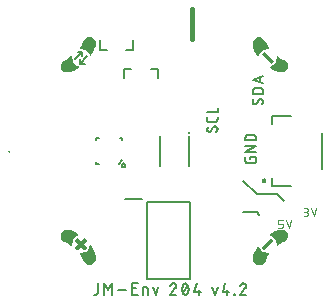
<source format=gto>
G04 EAGLE Gerber X2 export*
%TF.Part,Single*%
%TF.FileFunction,Legend,Top,1*%
%TF.FilePolarity,Positive*%
%TF.GenerationSoftware,Autodesk,EAGLE,9.6.2*%
%TF.CreationDate,2022-05-19T00:38:24Z*%
G75*
%MOMM*%
%FSLAX34Y34*%
%LPD*%
%INSilkscreen Top*%
%AMOC8*
5,1,8,0,0,1.08239X$1,22.5*%
G01*
%ADD10C,0.177800*%
%ADD11C,0.127000*%
%ADD12C,0.152400*%
%ADD13C,0.101600*%
%ADD14C,0.203200*%
%ADD15C,0.381000*%
%ADD16C,0.010000*%
%ADD17C,0.200000*%
%ADD18C,0.200000*%

G36*
X70058Y28768D02*
X70058Y28768D01*
X70116Y28780D01*
X70128Y28788D01*
X70134Y28790D01*
X70141Y28798D01*
X70176Y28824D01*
X73176Y31824D01*
X73199Y31866D01*
X73217Y31886D01*
X73219Y31897D01*
X73238Y31927D01*
X73240Y31941D01*
X73243Y31946D01*
X73243Y31957D01*
X73249Y32000D01*
X73249Y36000D01*
X73247Y36009D01*
X73247Y36010D01*
X73247Y36012D01*
X73246Y36014D01*
X73242Y36060D01*
X72242Y40060D01*
X72241Y40061D01*
X72214Y40128D01*
X69214Y45128D01*
X69201Y45140D01*
X69195Y45155D01*
X69151Y45186D01*
X69111Y45223D01*
X69094Y45226D01*
X69081Y45236D01*
X69027Y45238D01*
X68974Y45248D01*
X68958Y45241D01*
X68941Y45242D01*
X68894Y45215D01*
X68844Y45195D01*
X68835Y45181D01*
X68820Y45172D01*
X68777Y45111D01*
X66795Y41148D01*
X64877Y39230D01*
X59951Y38244D01*
X59899Y38217D01*
X59844Y38195D01*
X59838Y38185D01*
X59827Y38180D01*
X59798Y38128D01*
X59764Y38080D01*
X59764Y38069D01*
X59758Y38058D01*
X59761Y37999D01*
X59758Y37941D01*
X59764Y37926D01*
X59764Y37919D01*
X59771Y37910D01*
X59786Y37872D01*
X62781Y32880D01*
X63777Y30889D01*
X63796Y30868D01*
X63807Y30843D01*
X63862Y30793D01*
X66862Y28793D01*
X66896Y28782D01*
X66927Y28762D01*
X66991Y28752D01*
X66995Y28751D01*
X66997Y28751D01*
X67000Y28751D01*
X70000Y28751D01*
X70058Y28768D01*
G37*
G36*
X51009Y191753D02*
X51009Y191753D01*
X51060Y191758D01*
X55060Y192758D01*
X55061Y192759D01*
X55128Y192786D01*
X60128Y195786D01*
X60140Y195799D01*
X60155Y195805D01*
X60186Y195849D01*
X60223Y195889D01*
X60226Y195906D01*
X60236Y195919D01*
X60238Y195973D01*
X60248Y196027D01*
X60241Y196042D01*
X60242Y196059D01*
X60215Y196106D01*
X60195Y196156D01*
X60181Y196165D01*
X60172Y196180D01*
X60111Y196223D01*
X56148Y198205D01*
X54230Y200123D01*
X53244Y205049D01*
X53217Y205101D01*
X53195Y205156D01*
X53185Y205162D01*
X53180Y205173D01*
X53128Y205202D01*
X53080Y205236D01*
X53069Y205237D01*
X53058Y205242D01*
X52999Y205240D01*
X52941Y205242D01*
X52926Y205236D01*
X52919Y205236D01*
X52910Y205230D01*
X52872Y205214D01*
X47880Y202219D01*
X45889Y201223D01*
X45868Y201204D01*
X45843Y201193D01*
X45793Y201138D01*
X43793Y198138D01*
X43782Y198104D01*
X43762Y198074D01*
X43752Y198009D01*
X43751Y198005D01*
X43751Y198003D01*
X43751Y198000D01*
X43751Y195000D01*
X43762Y194960D01*
X43762Y194958D01*
X43765Y194950D01*
X43768Y194942D01*
X43780Y194884D01*
X43788Y194872D01*
X43790Y194866D01*
X43798Y194859D01*
X43818Y194831D01*
X43819Y194830D01*
X43820Y194829D01*
X43824Y194824D01*
X46824Y191824D01*
X46876Y191795D01*
X46927Y191762D01*
X46941Y191760D01*
X46946Y191757D01*
X46957Y191757D01*
X47000Y191751D01*
X51000Y191751D01*
X51009Y191753D01*
G37*
G36*
X227001Y44761D02*
X227001Y44761D01*
X227060Y44758D01*
X227074Y44764D01*
X227081Y44764D01*
X227090Y44771D01*
X227128Y44786D01*
X232120Y47781D01*
X234111Y48777D01*
X234132Y48796D01*
X234157Y48807D01*
X234207Y48862D01*
X236207Y51862D01*
X236211Y51873D01*
X236212Y51874D01*
X236213Y51880D01*
X236218Y51896D01*
X236238Y51927D01*
X236248Y51991D01*
X236249Y51995D01*
X236249Y51997D01*
X236249Y52000D01*
X236249Y55000D01*
X236232Y55058D01*
X236220Y55116D01*
X236212Y55128D01*
X236210Y55134D01*
X236202Y55141D01*
X236176Y55176D01*
X233176Y58176D01*
X233124Y58205D01*
X233074Y58238D01*
X233059Y58240D01*
X233054Y58243D01*
X233043Y58243D01*
X233000Y58249D01*
X229000Y58249D01*
X228992Y58247D01*
X228940Y58242D01*
X224940Y57242D01*
X224939Y57241D01*
X224872Y57214D01*
X219872Y54214D01*
X219860Y54201D01*
X219845Y54195D01*
X219814Y54151D01*
X219777Y54111D01*
X219774Y54094D01*
X219764Y54081D01*
X219762Y54027D01*
X219752Y53974D01*
X219759Y53958D01*
X219758Y53941D01*
X219785Y53894D01*
X219805Y53844D01*
X219819Y53835D01*
X219828Y53820D01*
X219889Y53777D01*
X223852Y51795D01*
X225770Y49877D01*
X226756Y44951D01*
X226783Y44899D01*
X226805Y44844D01*
X226815Y44838D01*
X226820Y44827D01*
X226872Y44798D01*
X226920Y44764D01*
X226931Y44764D01*
X226942Y44758D01*
X227001Y44761D01*
G37*
G36*
X211042Y204759D02*
X211042Y204759D01*
X211059Y204758D01*
X211106Y204785D01*
X211156Y204805D01*
X211165Y204819D01*
X211180Y204828D01*
X211223Y204889D01*
X213205Y208852D01*
X215123Y210770D01*
X220049Y211756D01*
X220101Y211783D01*
X220156Y211805D01*
X220162Y211815D01*
X220173Y211820D01*
X220202Y211872D01*
X220236Y211920D01*
X220237Y211931D01*
X220242Y211942D01*
X220240Y212001D01*
X220242Y212060D01*
X220236Y212074D01*
X220236Y212081D01*
X220230Y212090D01*
X220214Y212128D01*
X217219Y217120D01*
X216223Y219111D01*
X216204Y219132D01*
X216193Y219157D01*
X216138Y219207D01*
X213138Y221207D01*
X213104Y221218D01*
X213074Y221238D01*
X213009Y221248D01*
X213005Y221249D01*
X213003Y221249D01*
X213000Y221249D01*
X210000Y221249D01*
X209942Y221232D01*
X209884Y221220D01*
X209872Y221212D01*
X209866Y221210D01*
X209859Y221202D01*
X209824Y221176D01*
X206824Y218176D01*
X206795Y218124D01*
X206762Y218074D01*
X206760Y218059D01*
X206757Y218054D01*
X206757Y218043D01*
X206751Y218000D01*
X206751Y214000D01*
X206753Y213992D01*
X206758Y213940D01*
X207758Y209940D01*
X207759Y209939D01*
X207786Y209872D01*
X210786Y204872D01*
X210799Y204860D01*
X210805Y204845D01*
X210849Y204814D01*
X210889Y204777D01*
X210906Y204774D01*
X210919Y204764D01*
X210973Y204762D01*
X211027Y204752D01*
X211042Y204759D01*
G37*
G36*
X233058Y191768D02*
X233058Y191768D01*
X233116Y191780D01*
X233128Y191788D01*
X233134Y191790D01*
X233141Y191798D01*
X233176Y191824D01*
X236176Y194824D01*
X236199Y194866D01*
X236217Y194886D01*
X236219Y194897D01*
X236238Y194927D01*
X236240Y194941D01*
X236243Y194946D01*
X236243Y194957D01*
X236249Y195000D01*
X236249Y199000D01*
X236247Y199009D01*
X236247Y199012D01*
X236243Y199021D01*
X236232Y199058D01*
X236220Y199116D01*
X236212Y199128D01*
X236210Y199134D01*
X236202Y199141D01*
X236176Y199176D01*
X233176Y202176D01*
X233158Y202186D01*
X233145Y202203D01*
X233079Y202236D01*
X230110Y203226D01*
X227138Y205207D01*
X227077Y205227D01*
X227016Y205249D01*
X227010Y205248D01*
X227005Y205249D01*
X226943Y205232D01*
X226879Y205218D01*
X226875Y205214D01*
X226870Y205213D01*
X226827Y205165D01*
X226781Y205119D01*
X226778Y205112D01*
X226776Y205109D01*
X226775Y205102D01*
X226756Y205049D01*
X225770Y200123D01*
X223841Y198194D01*
X220862Y196207D01*
X220820Y196157D01*
X220776Y196109D01*
X220775Y196104D01*
X220772Y196100D01*
X220763Y196036D01*
X220752Y195971D01*
X220754Y195967D01*
X220754Y195962D01*
X220781Y195903D01*
X220807Y195843D01*
X220812Y195838D01*
X220813Y195835D01*
X220819Y195831D01*
X220862Y195793D01*
X223862Y193793D01*
X223870Y193790D01*
X223889Y193777D01*
X227889Y191777D01*
X227909Y191773D01*
X227927Y191762D01*
X228000Y191751D01*
X233000Y191751D01*
X233058Y191768D01*
G37*
G36*
X214058Y28768D02*
X214058Y28768D01*
X214116Y28780D01*
X214128Y28788D01*
X214134Y28790D01*
X214141Y28798D01*
X214176Y28824D01*
X217176Y31824D01*
X217186Y31842D01*
X217203Y31855D01*
X217236Y31921D01*
X218226Y34890D01*
X220207Y37862D01*
X220227Y37923D01*
X220249Y37984D01*
X220248Y37990D01*
X220249Y37995D01*
X220232Y38057D01*
X220218Y38121D01*
X220214Y38125D01*
X220213Y38130D01*
X220165Y38173D01*
X220119Y38219D01*
X220112Y38222D01*
X220109Y38224D01*
X220102Y38225D01*
X220049Y38244D01*
X215123Y39230D01*
X213194Y41159D01*
X211207Y44138D01*
X211157Y44180D01*
X211109Y44224D01*
X211104Y44225D01*
X211100Y44228D01*
X211036Y44237D01*
X210971Y44248D01*
X210967Y44246D01*
X210962Y44246D01*
X210903Y44219D01*
X210843Y44193D01*
X210838Y44188D01*
X210835Y44187D01*
X210831Y44181D01*
X210793Y44138D01*
X208793Y41138D01*
X208790Y41130D01*
X208777Y41111D01*
X206777Y37111D01*
X206773Y37091D01*
X206762Y37074D01*
X206751Y37000D01*
X206751Y32000D01*
X206762Y31960D01*
X206762Y31958D01*
X206765Y31950D01*
X206768Y31942D01*
X206780Y31884D01*
X206788Y31872D01*
X206790Y31866D01*
X206798Y31859D01*
X206818Y31831D01*
X206819Y31830D01*
X206820Y31829D01*
X206824Y31824D01*
X209824Y28824D01*
X209876Y28795D01*
X209927Y28762D01*
X209941Y28760D01*
X209946Y28757D01*
X209957Y28757D01*
X210000Y28751D01*
X214000Y28751D01*
X214058Y28768D01*
G37*
G36*
X53057Y44768D02*
X53057Y44768D01*
X53121Y44782D01*
X53125Y44786D01*
X53130Y44787D01*
X53173Y44835D01*
X53219Y44881D01*
X53222Y44888D01*
X53224Y44891D01*
X53225Y44899D01*
X53244Y44951D01*
X54230Y49877D01*
X56159Y51806D01*
X59138Y53793D01*
X59180Y53843D01*
X59224Y53891D01*
X59225Y53896D01*
X59228Y53900D01*
X59237Y53964D01*
X59248Y54029D01*
X59246Y54033D01*
X59246Y54038D01*
X59219Y54097D01*
X59193Y54157D01*
X59188Y54162D01*
X59187Y54165D01*
X59181Y54169D01*
X59138Y54207D01*
X56138Y56207D01*
X56130Y56210D01*
X56111Y56223D01*
X52111Y58223D01*
X52091Y58227D01*
X52074Y58238D01*
X52000Y58249D01*
X47000Y58249D01*
X46942Y58232D01*
X46884Y58220D01*
X46872Y58212D01*
X46866Y58210D01*
X46859Y58202D01*
X46824Y58176D01*
X43824Y55176D01*
X43795Y55124D01*
X43762Y55074D01*
X43760Y55059D01*
X43757Y55054D01*
X43757Y55043D01*
X43751Y55000D01*
X43751Y51000D01*
X43768Y50942D01*
X43780Y50884D01*
X43788Y50872D01*
X43790Y50866D01*
X43798Y50859D01*
X43824Y50824D01*
X46824Y47824D01*
X46842Y47814D01*
X46855Y47797D01*
X46921Y47764D01*
X49890Y46774D01*
X52862Y44793D01*
X52923Y44773D01*
X52984Y44751D01*
X52990Y44752D01*
X52995Y44751D01*
X53057Y44768D01*
G37*
G36*
X69033Y205754D02*
X69033Y205754D01*
X69038Y205754D01*
X69097Y205781D01*
X69157Y205807D01*
X69162Y205812D01*
X69165Y205813D01*
X69169Y205819D01*
X69207Y205862D01*
X71207Y208862D01*
X71210Y208870D01*
X71223Y208889D01*
X73223Y212889D01*
X73227Y212909D01*
X73238Y212927D01*
X73249Y213000D01*
X73249Y218000D01*
X73232Y218058D01*
X73220Y218116D01*
X73212Y218128D01*
X73210Y218134D01*
X73202Y218141D01*
X73176Y218176D01*
X70176Y221176D01*
X70124Y221205D01*
X70074Y221238D01*
X70059Y221240D01*
X70054Y221243D01*
X70043Y221243D01*
X70000Y221249D01*
X66000Y221249D01*
X65942Y221232D01*
X65884Y221220D01*
X65872Y221212D01*
X65866Y221210D01*
X65859Y221202D01*
X65824Y221176D01*
X62824Y218176D01*
X62814Y218158D01*
X62797Y218145D01*
X62764Y218079D01*
X61774Y215110D01*
X59793Y212138D01*
X59773Y212077D01*
X59751Y212016D01*
X59752Y212010D01*
X59751Y212005D01*
X59768Y211943D01*
X59782Y211879D01*
X59786Y211875D01*
X59787Y211870D01*
X59835Y211827D01*
X59881Y211781D01*
X59888Y211778D01*
X59891Y211776D01*
X59899Y211775D01*
X59951Y211756D01*
X64877Y210770D01*
X66806Y208841D01*
X68793Y205862D01*
X68843Y205820D01*
X68891Y205776D01*
X68896Y205775D01*
X68900Y205772D01*
X68964Y205763D01*
X69029Y205752D01*
X69033Y205754D01*
G37*
G36*
X64032Y40762D02*
X64032Y40762D01*
X64086Y40766D01*
X64100Y40776D01*
X64116Y40780D01*
X64176Y40824D01*
X66176Y42824D01*
X66185Y42839D01*
X66198Y42849D01*
X66209Y42876D01*
X66220Y42889D01*
X66223Y42909D01*
X66243Y42946D01*
X66242Y42963D01*
X66248Y42979D01*
X66240Y43021D01*
X66241Y43027D01*
X66237Y43036D01*
X66234Y43086D01*
X66224Y43100D01*
X66220Y43116D01*
X66176Y43176D01*
X63353Y46000D01*
X66176Y48824D01*
X66185Y48839D01*
X66198Y48849D01*
X66218Y48899D01*
X66243Y48946D01*
X66242Y48963D01*
X66248Y48979D01*
X66238Y49032D01*
X66234Y49086D01*
X66224Y49100D01*
X66220Y49116D01*
X66176Y49176D01*
X64176Y51176D01*
X64161Y51185D01*
X64151Y51198D01*
X64101Y51218D01*
X64054Y51243D01*
X64037Y51242D01*
X64021Y51248D01*
X63968Y51238D01*
X63914Y51234D01*
X63900Y51224D01*
X63884Y51220D01*
X63824Y51176D01*
X61000Y48353D01*
X58176Y51176D01*
X58161Y51185D01*
X58151Y51198D01*
X58101Y51218D01*
X58054Y51243D01*
X58037Y51242D01*
X58021Y51248D01*
X57968Y51238D01*
X57914Y51234D01*
X57900Y51224D01*
X57884Y51220D01*
X57824Y51176D01*
X55824Y49176D01*
X55815Y49161D01*
X55802Y49151D01*
X55782Y49101D01*
X55757Y49054D01*
X55758Y49037D01*
X55752Y49021D01*
X55762Y48968D01*
X55766Y48914D01*
X55776Y48900D01*
X55780Y48884D01*
X55824Y48824D01*
X58648Y46000D01*
X55824Y43176D01*
X55815Y43161D01*
X55802Y43151D01*
X55783Y43103D01*
X55780Y43099D01*
X55779Y43095D01*
X55757Y43054D01*
X55758Y43037D01*
X55752Y43021D01*
X55761Y42974D01*
X55759Y42961D01*
X55764Y42950D01*
X55766Y42914D01*
X55776Y42900D01*
X55780Y42884D01*
X55814Y42837D01*
X55816Y42833D01*
X55818Y42831D01*
X55824Y42824D01*
X57824Y40824D01*
X57839Y40815D01*
X57849Y40802D01*
X57899Y40782D01*
X57946Y40757D01*
X57963Y40758D01*
X57979Y40752D01*
X58032Y40762D01*
X58086Y40766D01*
X58100Y40776D01*
X58116Y40780D01*
X58176Y40824D01*
X61000Y43648D01*
X63824Y40824D01*
X63839Y40815D01*
X63849Y40802D01*
X63899Y40782D01*
X63946Y40757D01*
X63963Y40758D01*
X63979Y40752D01*
X64032Y40762D01*
G37*
G36*
X222032Y198762D02*
X222032Y198762D01*
X222086Y198766D01*
X222100Y198776D01*
X222116Y198780D01*
X222176Y198824D01*
X224176Y200824D01*
X224185Y200839D01*
X224198Y200849D01*
X224209Y200876D01*
X224220Y200889D01*
X224223Y200909D01*
X224243Y200946D01*
X224242Y200963D01*
X224248Y200979D01*
X224240Y201021D01*
X224241Y201027D01*
X224237Y201036D01*
X224234Y201086D01*
X224224Y201100D01*
X224220Y201116D01*
X224176Y201176D01*
X216176Y209176D01*
X216161Y209185D01*
X216151Y209198D01*
X216101Y209218D01*
X216054Y209243D01*
X216037Y209242D01*
X216021Y209248D01*
X215968Y209238D01*
X215914Y209234D01*
X215900Y209224D01*
X215884Y209220D01*
X215824Y209176D01*
X213824Y207176D01*
X213815Y207161D01*
X213802Y207151D01*
X213782Y207101D01*
X213757Y207054D01*
X213758Y207037D01*
X213752Y207021D01*
X213762Y206968D01*
X213766Y206914D01*
X213776Y206900D01*
X213780Y206884D01*
X213824Y206824D01*
X221824Y198824D01*
X221839Y198815D01*
X221849Y198802D01*
X221899Y198782D01*
X221946Y198757D01*
X221963Y198758D01*
X221979Y198752D01*
X222032Y198762D01*
G37*
G36*
X216032Y40762D02*
X216032Y40762D01*
X216086Y40766D01*
X216100Y40776D01*
X216116Y40780D01*
X216176Y40824D01*
X224176Y48824D01*
X224185Y48839D01*
X224198Y48849D01*
X224218Y48899D01*
X224243Y48946D01*
X224242Y48963D01*
X224248Y48979D01*
X224238Y49032D01*
X224234Y49086D01*
X224224Y49100D01*
X224220Y49116D01*
X224176Y49176D01*
X222176Y51176D01*
X222161Y51185D01*
X222151Y51198D01*
X222101Y51218D01*
X222054Y51243D01*
X222037Y51242D01*
X222021Y51248D01*
X221968Y51238D01*
X221914Y51234D01*
X221900Y51224D01*
X221884Y51220D01*
X221824Y51176D01*
X213824Y43176D01*
X213815Y43161D01*
X213802Y43151D01*
X213783Y43103D01*
X213780Y43099D01*
X213779Y43095D01*
X213757Y43054D01*
X213758Y43037D01*
X213752Y43021D01*
X213761Y42974D01*
X213759Y42961D01*
X213764Y42950D01*
X213766Y42914D01*
X213776Y42900D01*
X213780Y42884D01*
X213814Y42837D01*
X213816Y42833D01*
X213818Y42831D01*
X213824Y42824D01*
X215824Y40824D01*
X215839Y40815D01*
X215849Y40802D01*
X215899Y40782D01*
X215946Y40757D01*
X215963Y40758D01*
X215979Y40752D01*
X216032Y40762D01*
G37*
D10*
X74946Y12958D02*
X74946Y5451D01*
X74944Y5360D01*
X74938Y5269D01*
X74929Y5179D01*
X74915Y5088D01*
X74898Y4999D01*
X74877Y4911D01*
X74852Y4823D01*
X74823Y4736D01*
X74791Y4651D01*
X74756Y4567D01*
X74716Y4485D01*
X74674Y4405D01*
X74628Y4326D01*
X74578Y4250D01*
X74526Y4176D01*
X74470Y4103D01*
X74411Y4034D01*
X74350Y3967D01*
X74285Y3902D01*
X74218Y3841D01*
X74149Y3782D01*
X74076Y3726D01*
X74002Y3674D01*
X73926Y3624D01*
X73847Y3578D01*
X73767Y3536D01*
X73685Y3496D01*
X73601Y3461D01*
X73516Y3429D01*
X73429Y3400D01*
X73341Y3375D01*
X73253Y3354D01*
X73164Y3337D01*
X73073Y3323D01*
X72983Y3314D01*
X72892Y3308D01*
X72801Y3306D01*
X71728Y3306D01*
X80644Y3306D02*
X80644Y12958D01*
X83861Y7596D01*
X87079Y12958D01*
X87079Y3306D01*
X92646Y7060D02*
X99080Y7060D01*
X104527Y3306D02*
X108817Y3306D01*
X104527Y3306D02*
X104527Y12958D01*
X108817Y12958D01*
X107745Y8668D02*
X104527Y8668D01*
X113263Y9741D02*
X113263Y3306D01*
X113263Y9741D02*
X115944Y9741D01*
X116023Y9739D01*
X116102Y9733D01*
X116180Y9724D01*
X116258Y9710D01*
X116335Y9693D01*
X116411Y9672D01*
X116486Y9647D01*
X116560Y9619D01*
X116632Y9587D01*
X116702Y9551D01*
X116771Y9512D01*
X116838Y9470D01*
X116902Y9424D01*
X116965Y9376D01*
X117025Y9324D01*
X117082Y9270D01*
X117136Y9213D01*
X117188Y9153D01*
X117236Y9090D01*
X117282Y9026D01*
X117324Y8959D01*
X117363Y8890D01*
X117399Y8820D01*
X117431Y8748D01*
X117459Y8674D01*
X117484Y8599D01*
X117505Y8523D01*
X117522Y8446D01*
X117536Y8368D01*
X117545Y8290D01*
X117551Y8211D01*
X117553Y8132D01*
X117553Y3306D01*
X124323Y3306D02*
X122179Y9741D01*
X126468Y9741D02*
X124323Y3306D01*
X139336Y12958D02*
X139433Y12956D01*
X139530Y12950D01*
X139627Y12940D01*
X139723Y12927D01*
X139819Y12909D01*
X139913Y12888D01*
X140007Y12863D01*
X140100Y12834D01*
X140192Y12801D01*
X140282Y12765D01*
X140370Y12725D01*
X140457Y12682D01*
X140543Y12635D01*
X140626Y12584D01*
X140707Y12531D01*
X140786Y12474D01*
X140862Y12414D01*
X140936Y12351D01*
X141008Y12285D01*
X141076Y12217D01*
X141142Y12145D01*
X141205Y12071D01*
X141265Y11995D01*
X141322Y11916D01*
X141375Y11835D01*
X141426Y11752D01*
X141473Y11666D01*
X141516Y11579D01*
X141556Y11491D01*
X141592Y11401D01*
X141625Y11309D01*
X141654Y11216D01*
X141679Y11122D01*
X141700Y11028D01*
X141718Y10932D01*
X141731Y10836D01*
X141741Y10739D01*
X141747Y10642D01*
X141749Y10545D01*
X139336Y12958D02*
X139228Y12956D01*
X139120Y12950D01*
X139012Y12941D01*
X138904Y12928D01*
X138797Y12911D01*
X138691Y12890D01*
X138585Y12866D01*
X138481Y12838D01*
X138377Y12806D01*
X138275Y12771D01*
X138174Y12732D01*
X138074Y12690D01*
X137976Y12644D01*
X137880Y12595D01*
X137785Y12542D01*
X137692Y12486D01*
X137601Y12427D01*
X137513Y12365D01*
X137426Y12300D01*
X137342Y12232D01*
X137260Y12161D01*
X137181Y12087D01*
X137105Y12010D01*
X137031Y11931D01*
X136960Y11849D01*
X136892Y11765D01*
X136827Y11678D01*
X136765Y11590D01*
X136706Y11499D01*
X136650Y11406D01*
X136598Y11311D01*
X136549Y11215D01*
X136503Y11116D01*
X136461Y11017D01*
X136422Y10916D01*
X136387Y10813D01*
X140946Y8668D02*
X141017Y8738D01*
X141085Y8811D01*
X141150Y8887D01*
X141213Y8965D01*
X141272Y9045D01*
X141328Y9128D01*
X141381Y9213D01*
X141431Y9299D01*
X141477Y9388D01*
X141520Y9478D01*
X141560Y9570D01*
X141595Y9663D01*
X141628Y9758D01*
X141656Y9854D01*
X141681Y9951D01*
X141702Y10048D01*
X141719Y10147D01*
X141733Y10246D01*
X141742Y10345D01*
X141748Y10445D01*
X141750Y10545D01*
X140945Y8668D02*
X136387Y3306D01*
X141749Y3306D01*
X146674Y8132D02*
X146676Y8322D01*
X146683Y8512D01*
X146694Y8701D01*
X146710Y8890D01*
X146731Y9079D01*
X146755Y9267D01*
X146785Y9455D01*
X146819Y9642D01*
X146857Y9828D01*
X146900Y10013D01*
X146947Y10197D01*
X146998Y10380D01*
X147054Y10561D01*
X147114Y10741D01*
X147179Y10920D01*
X147247Y11097D01*
X147320Y11272D01*
X147397Y11446D01*
X147478Y11617D01*
X147509Y11700D01*
X147543Y11781D01*
X147580Y11860D01*
X147621Y11938D01*
X147665Y12014D01*
X147713Y12088D01*
X147764Y12160D01*
X147818Y12229D01*
X147875Y12296D01*
X147935Y12360D01*
X147998Y12421D01*
X148063Y12480D01*
X148131Y12536D01*
X148202Y12588D01*
X148274Y12638D01*
X148349Y12684D01*
X148426Y12727D01*
X148504Y12766D01*
X148585Y12802D01*
X148666Y12835D01*
X148750Y12863D01*
X148834Y12888D01*
X148919Y12910D01*
X149005Y12927D01*
X149092Y12941D01*
X149179Y12950D01*
X149267Y12956D01*
X149355Y12958D01*
X149443Y12956D01*
X149531Y12950D01*
X149618Y12941D01*
X149705Y12927D01*
X149791Y12910D01*
X149876Y12888D01*
X149960Y12863D01*
X150044Y12835D01*
X150125Y12802D01*
X150206Y12766D01*
X150284Y12727D01*
X150361Y12684D01*
X150436Y12638D01*
X150508Y12588D01*
X150579Y12536D01*
X150647Y12480D01*
X150712Y12421D01*
X150775Y12360D01*
X150835Y12296D01*
X150892Y12229D01*
X150946Y12159D01*
X150997Y12088D01*
X151045Y12014D01*
X151089Y11938D01*
X151130Y11860D01*
X151167Y11781D01*
X151201Y11700D01*
X151232Y11617D01*
X151232Y11618D02*
X151313Y11446D01*
X151390Y11272D01*
X151463Y11097D01*
X151531Y10920D01*
X151596Y10741D01*
X151656Y10561D01*
X151712Y10380D01*
X151763Y10197D01*
X151810Y10013D01*
X151853Y9828D01*
X151891Y9642D01*
X151925Y9455D01*
X151955Y9267D01*
X151979Y9079D01*
X152000Y8890D01*
X152016Y8701D01*
X152027Y8512D01*
X152034Y8322D01*
X152036Y8132D01*
X146674Y8132D02*
X146676Y7942D01*
X146683Y7752D01*
X146694Y7563D01*
X146710Y7374D01*
X146731Y7185D01*
X146755Y6997D01*
X146785Y6809D01*
X146819Y6622D01*
X146857Y6436D01*
X146900Y6251D01*
X146947Y6067D01*
X146998Y5884D01*
X147054Y5703D01*
X147114Y5523D01*
X147179Y5344D01*
X147247Y5167D01*
X147320Y4992D01*
X147397Y4818D01*
X147478Y4647D01*
X147509Y4564D01*
X147543Y4483D01*
X147580Y4403D01*
X147621Y4326D01*
X147665Y4250D01*
X147713Y4176D01*
X147764Y4104D01*
X147818Y4035D01*
X147875Y3968D01*
X147935Y3904D01*
X147998Y3843D01*
X148063Y3784D01*
X148131Y3728D01*
X148202Y3676D01*
X148274Y3626D01*
X148349Y3580D01*
X148426Y3537D01*
X148505Y3498D01*
X148585Y3462D01*
X148666Y3429D01*
X148750Y3401D01*
X148834Y3376D01*
X148919Y3354D01*
X149005Y3337D01*
X149092Y3323D01*
X149179Y3314D01*
X149267Y3308D01*
X149355Y3306D01*
X151232Y4647D02*
X151313Y4818D01*
X151390Y4992D01*
X151463Y5167D01*
X151531Y5344D01*
X151596Y5523D01*
X151656Y5703D01*
X151712Y5884D01*
X151763Y6067D01*
X151810Y6251D01*
X151853Y6436D01*
X151891Y6622D01*
X151925Y6809D01*
X151955Y6997D01*
X151979Y7185D01*
X152000Y7374D01*
X152016Y7563D01*
X152027Y7752D01*
X152034Y7942D01*
X152036Y8132D01*
X151232Y4647D02*
X151201Y4564D01*
X151167Y4483D01*
X151130Y4404D01*
X151089Y4326D01*
X151045Y4250D01*
X150997Y4176D01*
X150946Y4104D01*
X150892Y4035D01*
X150835Y3968D01*
X150775Y3904D01*
X150712Y3843D01*
X150647Y3784D01*
X150579Y3728D01*
X150508Y3676D01*
X150436Y3626D01*
X150361Y3580D01*
X150284Y3537D01*
X150206Y3498D01*
X150125Y3462D01*
X150044Y3429D01*
X149960Y3401D01*
X149876Y3376D01*
X149791Y3354D01*
X149705Y3337D01*
X149618Y3323D01*
X149531Y3314D01*
X149443Y3308D01*
X149355Y3306D01*
X147210Y5451D02*
X151500Y10813D01*
X156961Y5451D02*
X159106Y12958D01*
X156961Y5451D02*
X162323Y5451D01*
X160714Y7596D02*
X160714Y3306D01*
X172242Y9741D02*
X174387Y3306D01*
X176532Y9741D01*
X180964Y5451D02*
X183109Y12958D01*
X180964Y5451D02*
X186326Y5451D01*
X184717Y7596D02*
X184717Y3306D01*
X190578Y3306D02*
X190578Y3842D01*
X191114Y3842D01*
X191114Y3306D01*
X190578Y3306D01*
X198315Y12958D02*
X198412Y12956D01*
X198509Y12950D01*
X198606Y12940D01*
X198702Y12927D01*
X198798Y12909D01*
X198892Y12888D01*
X198986Y12863D01*
X199079Y12834D01*
X199171Y12801D01*
X199261Y12765D01*
X199349Y12725D01*
X199436Y12682D01*
X199522Y12635D01*
X199605Y12584D01*
X199686Y12531D01*
X199765Y12474D01*
X199841Y12414D01*
X199915Y12351D01*
X199987Y12285D01*
X200055Y12217D01*
X200121Y12145D01*
X200184Y12071D01*
X200244Y11995D01*
X200301Y11916D01*
X200354Y11835D01*
X200405Y11752D01*
X200452Y11666D01*
X200495Y11579D01*
X200535Y11491D01*
X200571Y11401D01*
X200604Y11309D01*
X200633Y11216D01*
X200658Y11122D01*
X200679Y11028D01*
X200697Y10932D01*
X200710Y10836D01*
X200720Y10739D01*
X200726Y10642D01*
X200728Y10545D01*
X198315Y12958D02*
X198207Y12956D01*
X198099Y12950D01*
X197991Y12941D01*
X197883Y12928D01*
X197776Y12911D01*
X197670Y12890D01*
X197564Y12866D01*
X197460Y12838D01*
X197356Y12806D01*
X197254Y12771D01*
X197153Y12732D01*
X197053Y12690D01*
X196955Y12644D01*
X196859Y12595D01*
X196764Y12542D01*
X196671Y12486D01*
X196580Y12427D01*
X196492Y12365D01*
X196405Y12300D01*
X196321Y12232D01*
X196239Y12161D01*
X196160Y12087D01*
X196084Y12010D01*
X196010Y11931D01*
X195939Y11849D01*
X195871Y11765D01*
X195806Y11678D01*
X195744Y11590D01*
X195685Y11499D01*
X195629Y11406D01*
X195577Y11311D01*
X195528Y11215D01*
X195482Y11116D01*
X195440Y11017D01*
X195401Y10916D01*
X195366Y10813D01*
X199924Y8668D02*
X199995Y8738D01*
X200063Y8811D01*
X200128Y8887D01*
X200191Y8965D01*
X200250Y9045D01*
X200306Y9128D01*
X200359Y9213D01*
X200409Y9299D01*
X200455Y9388D01*
X200498Y9478D01*
X200538Y9570D01*
X200573Y9663D01*
X200606Y9758D01*
X200634Y9854D01*
X200659Y9951D01*
X200680Y10048D01*
X200697Y10147D01*
X200711Y10246D01*
X200720Y10345D01*
X200726Y10445D01*
X200728Y10545D01*
X199923Y8668D02*
X195366Y3306D01*
X200728Y3306D01*
D11*
X214997Y167365D02*
X214995Y167452D01*
X214989Y167539D01*
X214979Y167625D01*
X214966Y167711D01*
X214948Y167797D01*
X214927Y167881D01*
X214902Y167964D01*
X214873Y168047D01*
X214841Y168127D01*
X214805Y168207D01*
X214765Y168284D01*
X214722Y168360D01*
X214676Y168434D01*
X214626Y168505D01*
X214574Y168575D01*
X214518Y168641D01*
X214459Y168706D01*
X214398Y168767D01*
X214333Y168826D01*
X214267Y168882D01*
X214197Y168934D01*
X214126Y168984D01*
X214052Y169030D01*
X213976Y169073D01*
X213899Y169113D01*
X213819Y169149D01*
X213739Y169181D01*
X213656Y169210D01*
X213573Y169235D01*
X213489Y169256D01*
X213403Y169274D01*
X213317Y169287D01*
X213231Y169297D01*
X213144Y169303D01*
X213057Y169305D01*
X214997Y167365D02*
X214995Y167241D01*
X214989Y167116D01*
X214980Y166992D01*
X214967Y166868D01*
X214950Y166745D01*
X214929Y166622D01*
X214905Y166500D01*
X214877Y166379D01*
X214845Y166259D01*
X214809Y166140D01*
X214770Y166021D01*
X214728Y165904D01*
X214682Y165789D01*
X214632Y165675D01*
X214579Y165562D01*
X214523Y165451D01*
X214463Y165342D01*
X214400Y165235D01*
X214334Y165129D01*
X214264Y165026D01*
X214192Y164925D01*
X214116Y164826D01*
X214037Y164730D01*
X213956Y164636D01*
X213872Y164544D01*
X213785Y164455D01*
X208207Y164697D02*
X208120Y164699D01*
X208033Y164705D01*
X207947Y164715D01*
X207861Y164728D01*
X207775Y164746D01*
X207691Y164767D01*
X207608Y164792D01*
X207525Y164821D01*
X207445Y164853D01*
X207365Y164889D01*
X207288Y164929D01*
X207212Y164972D01*
X207138Y165018D01*
X207067Y165068D01*
X206997Y165120D01*
X206931Y165176D01*
X206866Y165235D01*
X206805Y165296D01*
X206746Y165361D01*
X206690Y165427D01*
X206638Y165497D01*
X206588Y165568D01*
X206542Y165642D01*
X206499Y165718D01*
X206459Y165795D01*
X206423Y165875D01*
X206391Y165955D01*
X206362Y166038D01*
X206337Y166121D01*
X206316Y166205D01*
X206298Y166291D01*
X206285Y166377D01*
X206275Y166463D01*
X206269Y166550D01*
X206267Y166637D01*
X206269Y166754D01*
X206275Y166871D01*
X206284Y166988D01*
X206297Y167104D01*
X206314Y167220D01*
X206335Y167335D01*
X206359Y167449D01*
X206387Y167563D01*
X206418Y167676D01*
X206454Y167787D01*
X206492Y167898D01*
X206535Y168007D01*
X206581Y168115D01*
X206630Y168221D01*
X206683Y168325D01*
X206739Y168428D01*
X206798Y168529D01*
X206860Y168628D01*
X206926Y168725D01*
X206995Y168820D01*
X209904Y165667D02*
X209859Y165594D01*
X209811Y165524D01*
X209761Y165456D01*
X209707Y165390D01*
X209650Y165326D01*
X209591Y165265D01*
X209529Y165206D01*
X209464Y165150D01*
X209398Y165097D01*
X209329Y165047D01*
X209257Y165000D01*
X209184Y164957D01*
X209110Y164916D01*
X209033Y164878D01*
X208955Y164844D01*
X208875Y164814D01*
X208795Y164787D01*
X208713Y164763D01*
X208630Y164743D01*
X208546Y164726D01*
X208462Y164714D01*
X208377Y164704D01*
X208292Y164699D01*
X208207Y164697D01*
X211360Y168334D02*
X211405Y168407D01*
X211453Y168477D01*
X211503Y168545D01*
X211557Y168611D01*
X211614Y168675D01*
X211673Y168736D01*
X211735Y168795D01*
X211800Y168851D01*
X211866Y168904D01*
X211935Y168954D01*
X212007Y169001D01*
X212080Y169044D01*
X212154Y169085D01*
X212231Y169123D01*
X212309Y169157D01*
X212389Y169187D01*
X212469Y169214D01*
X212551Y169238D01*
X212634Y169258D01*
X212718Y169275D01*
X212802Y169287D01*
X212887Y169297D01*
X212972Y169302D01*
X213057Y169304D01*
X211360Y168335D02*
X209905Y165667D01*
X206267Y173455D02*
X214997Y173455D01*
X206267Y173455D02*
X206267Y175880D01*
X206269Y175978D01*
X206275Y176075D01*
X206285Y176172D01*
X206298Y176269D01*
X206316Y176365D01*
X206337Y176460D01*
X206363Y176555D01*
X206392Y176648D01*
X206425Y176740D01*
X206461Y176831D01*
X206501Y176920D01*
X206545Y177007D01*
X206592Y177093D01*
X206642Y177176D01*
X206696Y177258D01*
X206753Y177337D01*
X206814Y177414D01*
X206877Y177488D01*
X206943Y177560D01*
X207012Y177629D01*
X207084Y177695D01*
X207158Y177758D01*
X207235Y177819D01*
X207314Y177876D01*
X207396Y177930D01*
X207480Y177980D01*
X207565Y178027D01*
X207652Y178071D01*
X207741Y178111D01*
X207832Y178147D01*
X207924Y178180D01*
X208017Y178209D01*
X208112Y178235D01*
X208207Y178256D01*
X208303Y178274D01*
X208400Y178287D01*
X208497Y178297D01*
X208594Y178303D01*
X208692Y178305D01*
X212572Y178305D01*
X212670Y178303D01*
X212767Y178297D01*
X212864Y178287D01*
X212961Y178274D01*
X213057Y178256D01*
X213152Y178235D01*
X213247Y178209D01*
X213340Y178180D01*
X213432Y178147D01*
X213523Y178111D01*
X213612Y178071D01*
X213699Y178027D01*
X213785Y177980D01*
X213868Y177930D01*
X213950Y177876D01*
X214029Y177819D01*
X214106Y177758D01*
X214180Y177695D01*
X214252Y177629D01*
X214321Y177560D01*
X214387Y177488D01*
X214450Y177414D01*
X214511Y177337D01*
X214568Y177258D01*
X214622Y177176D01*
X214672Y177093D01*
X214719Y177007D01*
X214763Y176920D01*
X214803Y176831D01*
X214839Y176740D01*
X214872Y176648D01*
X214901Y176555D01*
X214927Y176460D01*
X214948Y176365D01*
X214966Y176269D01*
X214979Y176172D01*
X214989Y176075D01*
X214995Y175978D01*
X214997Y175880D01*
X214997Y173455D01*
X214997Y182270D02*
X206267Y185180D01*
X214997Y188090D01*
X212815Y187362D02*
X212815Y182997D01*
X174581Y145921D02*
X174668Y145919D01*
X174755Y145913D01*
X174841Y145903D01*
X174927Y145890D01*
X175013Y145872D01*
X175097Y145851D01*
X175180Y145826D01*
X175263Y145797D01*
X175343Y145765D01*
X175423Y145729D01*
X175500Y145689D01*
X175576Y145646D01*
X175650Y145600D01*
X175721Y145550D01*
X175791Y145498D01*
X175857Y145442D01*
X175922Y145383D01*
X175983Y145322D01*
X176042Y145257D01*
X176098Y145191D01*
X176150Y145121D01*
X176200Y145050D01*
X176246Y144976D01*
X176289Y144900D01*
X176329Y144823D01*
X176365Y144743D01*
X176397Y144663D01*
X176426Y144580D01*
X176451Y144497D01*
X176472Y144413D01*
X176490Y144327D01*
X176503Y144241D01*
X176513Y144155D01*
X176519Y144068D01*
X176521Y143981D01*
X176519Y143857D01*
X176513Y143732D01*
X176504Y143608D01*
X176491Y143484D01*
X176474Y143361D01*
X176453Y143238D01*
X176429Y143116D01*
X176401Y142995D01*
X176369Y142875D01*
X176333Y142756D01*
X176294Y142637D01*
X176252Y142520D01*
X176206Y142405D01*
X176156Y142291D01*
X176103Y142178D01*
X176047Y142067D01*
X175987Y141958D01*
X175924Y141851D01*
X175858Y141745D01*
X175788Y141642D01*
X175716Y141541D01*
X175640Y141442D01*
X175561Y141346D01*
X175480Y141252D01*
X175396Y141160D01*
X175309Y141071D01*
X169731Y141313D02*
X169644Y141315D01*
X169557Y141321D01*
X169471Y141331D01*
X169385Y141344D01*
X169299Y141362D01*
X169215Y141383D01*
X169132Y141408D01*
X169049Y141437D01*
X168969Y141469D01*
X168889Y141505D01*
X168812Y141545D01*
X168736Y141588D01*
X168662Y141634D01*
X168591Y141684D01*
X168521Y141736D01*
X168455Y141792D01*
X168390Y141851D01*
X168329Y141912D01*
X168270Y141977D01*
X168214Y142043D01*
X168162Y142113D01*
X168112Y142184D01*
X168066Y142258D01*
X168023Y142334D01*
X167983Y142411D01*
X167947Y142491D01*
X167915Y142571D01*
X167886Y142654D01*
X167861Y142737D01*
X167840Y142821D01*
X167822Y142907D01*
X167809Y142993D01*
X167799Y143079D01*
X167793Y143166D01*
X167791Y143253D01*
X167793Y143370D01*
X167799Y143487D01*
X167808Y143604D01*
X167821Y143720D01*
X167838Y143836D01*
X167859Y143951D01*
X167883Y144065D01*
X167911Y144179D01*
X167942Y144292D01*
X167978Y144403D01*
X168016Y144514D01*
X168059Y144623D01*
X168105Y144731D01*
X168154Y144837D01*
X168207Y144941D01*
X168263Y145044D01*
X168322Y145145D01*
X168384Y145244D01*
X168450Y145341D01*
X168519Y145436D01*
X171428Y142283D02*
X171383Y142210D01*
X171335Y142140D01*
X171285Y142072D01*
X171231Y142006D01*
X171174Y141942D01*
X171115Y141881D01*
X171053Y141822D01*
X170988Y141766D01*
X170922Y141713D01*
X170853Y141663D01*
X170781Y141616D01*
X170708Y141573D01*
X170634Y141532D01*
X170557Y141494D01*
X170479Y141460D01*
X170399Y141430D01*
X170319Y141403D01*
X170237Y141379D01*
X170154Y141359D01*
X170070Y141342D01*
X169986Y141330D01*
X169901Y141320D01*
X169816Y141315D01*
X169731Y141313D01*
X172884Y144950D02*
X172929Y145023D01*
X172977Y145093D01*
X173027Y145161D01*
X173081Y145227D01*
X173138Y145291D01*
X173197Y145352D01*
X173259Y145411D01*
X173324Y145467D01*
X173390Y145520D01*
X173459Y145570D01*
X173531Y145617D01*
X173604Y145660D01*
X173678Y145701D01*
X173755Y145739D01*
X173833Y145773D01*
X173913Y145803D01*
X173993Y145830D01*
X174075Y145854D01*
X174158Y145874D01*
X174242Y145891D01*
X174326Y145903D01*
X174411Y145913D01*
X174496Y145918D01*
X174581Y145920D01*
X172884Y144951D02*
X171429Y142283D01*
X176521Y151677D02*
X176521Y153617D01*
X176521Y151677D02*
X176519Y151590D01*
X176513Y151503D01*
X176503Y151417D01*
X176490Y151331D01*
X176472Y151245D01*
X176451Y151161D01*
X176426Y151078D01*
X176397Y150995D01*
X176365Y150915D01*
X176329Y150835D01*
X176289Y150758D01*
X176246Y150682D01*
X176200Y150608D01*
X176150Y150537D01*
X176098Y150467D01*
X176042Y150401D01*
X175983Y150336D01*
X175922Y150275D01*
X175857Y150216D01*
X175791Y150160D01*
X175721Y150108D01*
X175650Y150058D01*
X175576Y150012D01*
X175500Y149969D01*
X175423Y149929D01*
X175343Y149893D01*
X175263Y149861D01*
X175180Y149832D01*
X175097Y149807D01*
X175013Y149786D01*
X174927Y149768D01*
X174841Y149755D01*
X174755Y149745D01*
X174668Y149739D01*
X174581Y149737D01*
X169731Y149737D01*
X169644Y149739D01*
X169557Y149745D01*
X169471Y149755D01*
X169385Y149768D01*
X169299Y149786D01*
X169215Y149807D01*
X169132Y149832D01*
X169049Y149861D01*
X168969Y149893D01*
X168889Y149929D01*
X168812Y149969D01*
X168736Y150012D01*
X168662Y150058D01*
X168591Y150108D01*
X168521Y150160D01*
X168455Y150216D01*
X168390Y150275D01*
X168329Y150336D01*
X168270Y150401D01*
X168214Y150467D01*
X168162Y150537D01*
X168112Y150608D01*
X168066Y150682D01*
X168023Y150758D01*
X167983Y150835D01*
X167947Y150915D01*
X167915Y150995D01*
X167886Y151078D01*
X167861Y151161D01*
X167840Y151245D01*
X167822Y151331D01*
X167809Y151417D01*
X167799Y151503D01*
X167793Y151590D01*
X167791Y151677D01*
X167791Y153617D01*
X167791Y157593D02*
X176521Y157593D01*
X176521Y161473D01*
X204051Y119567D02*
X204051Y118112D01*
X204051Y119567D02*
X208901Y119567D01*
X208901Y116657D01*
X208899Y116570D01*
X208893Y116483D01*
X208883Y116397D01*
X208870Y116311D01*
X208852Y116225D01*
X208831Y116141D01*
X208806Y116058D01*
X208777Y115975D01*
X208745Y115895D01*
X208709Y115815D01*
X208669Y115738D01*
X208626Y115662D01*
X208580Y115588D01*
X208530Y115517D01*
X208478Y115447D01*
X208422Y115381D01*
X208363Y115316D01*
X208302Y115255D01*
X208237Y115196D01*
X208171Y115140D01*
X208101Y115088D01*
X208030Y115038D01*
X207956Y114992D01*
X207880Y114949D01*
X207803Y114909D01*
X207723Y114873D01*
X207643Y114841D01*
X207560Y114812D01*
X207477Y114787D01*
X207393Y114766D01*
X207307Y114748D01*
X207221Y114735D01*
X207135Y114725D01*
X207048Y114719D01*
X206961Y114717D01*
X202111Y114717D01*
X202024Y114719D01*
X201937Y114725D01*
X201851Y114735D01*
X201765Y114748D01*
X201679Y114766D01*
X201595Y114787D01*
X201512Y114812D01*
X201429Y114841D01*
X201349Y114873D01*
X201269Y114909D01*
X201192Y114949D01*
X201116Y114992D01*
X201042Y115038D01*
X200971Y115088D01*
X200901Y115140D01*
X200835Y115196D01*
X200770Y115255D01*
X200709Y115316D01*
X200650Y115381D01*
X200594Y115447D01*
X200542Y115517D01*
X200492Y115588D01*
X200446Y115662D01*
X200403Y115738D01*
X200363Y115815D01*
X200327Y115895D01*
X200295Y115975D01*
X200266Y116058D01*
X200241Y116141D01*
X200220Y116225D01*
X200202Y116311D01*
X200189Y116397D01*
X200179Y116483D01*
X200173Y116570D01*
X200171Y116657D01*
X200171Y119567D01*
X200171Y124317D02*
X208901Y124317D01*
X208901Y129167D02*
X200171Y124317D01*
X200171Y129167D02*
X208901Y129167D01*
X208901Y133917D02*
X200171Y133917D01*
X200171Y136342D01*
X200173Y136440D01*
X200179Y136537D01*
X200189Y136634D01*
X200202Y136731D01*
X200220Y136827D01*
X200241Y136922D01*
X200267Y137017D01*
X200296Y137110D01*
X200329Y137202D01*
X200365Y137293D01*
X200405Y137382D01*
X200449Y137469D01*
X200496Y137555D01*
X200546Y137638D01*
X200600Y137720D01*
X200657Y137799D01*
X200718Y137876D01*
X200781Y137950D01*
X200847Y138022D01*
X200916Y138091D01*
X200988Y138157D01*
X201062Y138220D01*
X201139Y138281D01*
X201218Y138338D01*
X201300Y138392D01*
X201384Y138442D01*
X201469Y138489D01*
X201556Y138533D01*
X201645Y138573D01*
X201736Y138609D01*
X201828Y138642D01*
X201921Y138671D01*
X202016Y138697D01*
X202111Y138718D01*
X202207Y138736D01*
X202304Y138749D01*
X202401Y138759D01*
X202498Y138765D01*
X202596Y138767D01*
X206476Y138767D01*
X206574Y138765D01*
X206671Y138759D01*
X206768Y138749D01*
X206865Y138736D01*
X206961Y138718D01*
X207056Y138697D01*
X207151Y138671D01*
X207244Y138642D01*
X207336Y138609D01*
X207427Y138573D01*
X207516Y138533D01*
X207603Y138489D01*
X207689Y138442D01*
X207772Y138392D01*
X207854Y138338D01*
X207933Y138281D01*
X208010Y138220D01*
X208084Y138157D01*
X208156Y138091D01*
X208225Y138022D01*
X208291Y137950D01*
X208354Y137876D01*
X208415Y137799D01*
X208472Y137720D01*
X208526Y137638D01*
X208576Y137555D01*
X208623Y137469D01*
X208667Y137382D01*
X208707Y137293D01*
X208743Y137202D01*
X208776Y137110D01*
X208805Y137017D01*
X208831Y136922D01*
X208852Y136827D01*
X208870Y136731D01*
X208883Y136634D01*
X208893Y136537D01*
X208899Y136440D01*
X208901Y136342D01*
X208901Y133917D01*
D12*
X209550Y73152D02*
X198120Y73152D01*
X209550Y73152D02*
X211836Y70866D01*
X209550Y88392D02*
X198120Y99822D01*
X209550Y88392D02*
X227076Y88392D01*
X232410Y83058D01*
D13*
X249427Y69794D02*
X251262Y69794D01*
X251347Y69796D01*
X251431Y69802D01*
X251515Y69812D01*
X251599Y69825D01*
X251682Y69843D01*
X251764Y69864D01*
X251845Y69889D01*
X251925Y69918D01*
X252003Y69950D01*
X252079Y69986D01*
X252154Y70026D01*
X252227Y70069D01*
X252298Y70115D01*
X252367Y70164D01*
X252434Y70217D01*
X252498Y70273D01*
X252559Y70331D01*
X252617Y70392D01*
X252673Y70456D01*
X252726Y70523D01*
X252775Y70592D01*
X252821Y70663D01*
X252864Y70736D01*
X252904Y70811D01*
X252940Y70887D01*
X252972Y70965D01*
X253001Y71045D01*
X253026Y71126D01*
X253047Y71208D01*
X253065Y71291D01*
X253078Y71375D01*
X253088Y71459D01*
X253094Y71543D01*
X253096Y71628D01*
X253094Y71713D01*
X253088Y71797D01*
X253078Y71881D01*
X253065Y71965D01*
X253047Y72048D01*
X253026Y72130D01*
X253001Y72211D01*
X252972Y72291D01*
X252940Y72369D01*
X252904Y72445D01*
X252864Y72520D01*
X252821Y72593D01*
X252775Y72664D01*
X252726Y72733D01*
X252673Y72800D01*
X252617Y72864D01*
X252559Y72925D01*
X252498Y72983D01*
X252434Y73039D01*
X252367Y73092D01*
X252298Y73141D01*
X252227Y73187D01*
X252154Y73230D01*
X252079Y73270D01*
X252003Y73306D01*
X251925Y73338D01*
X251845Y73367D01*
X251764Y73392D01*
X251682Y73413D01*
X251599Y73431D01*
X251515Y73444D01*
X251431Y73454D01*
X251347Y73460D01*
X251262Y73462D01*
X251628Y76398D02*
X249427Y76398D01*
X251628Y76398D02*
X251704Y76396D01*
X251779Y76390D01*
X251854Y76381D01*
X251928Y76367D01*
X252002Y76350D01*
X252074Y76328D01*
X252146Y76304D01*
X252216Y76275D01*
X252284Y76243D01*
X252351Y76208D01*
X252416Y76169D01*
X252479Y76126D01*
X252539Y76081D01*
X252597Y76033D01*
X252653Y75981D01*
X252705Y75927D01*
X252755Y75870D01*
X252802Y75811D01*
X252846Y75750D01*
X252887Y75686D01*
X252924Y75620D01*
X252958Y75552D01*
X252988Y75483D01*
X253015Y75412D01*
X253038Y75340D01*
X253057Y75267D01*
X253072Y75193D01*
X253084Y75118D01*
X253092Y75043D01*
X253096Y74968D01*
X253096Y74892D01*
X253092Y74817D01*
X253084Y74742D01*
X253072Y74667D01*
X253057Y74593D01*
X253038Y74520D01*
X253015Y74448D01*
X252988Y74377D01*
X252958Y74308D01*
X252924Y74240D01*
X252887Y74174D01*
X252846Y74110D01*
X252802Y74049D01*
X252755Y73990D01*
X252705Y73933D01*
X252653Y73879D01*
X252597Y73827D01*
X252539Y73779D01*
X252479Y73734D01*
X252416Y73691D01*
X252351Y73652D01*
X252284Y73617D01*
X252216Y73585D01*
X252146Y73556D01*
X252074Y73532D01*
X252002Y73510D01*
X251928Y73493D01*
X251854Y73479D01*
X251779Y73470D01*
X251704Y73464D01*
X251628Y73462D01*
X251628Y73463D02*
X250161Y73463D01*
X255918Y76398D02*
X258120Y69794D01*
X260321Y76398D01*
X230292Y59888D02*
X228091Y59888D01*
X230292Y59888D02*
X230366Y59890D01*
X230441Y59896D01*
X230514Y59905D01*
X230588Y59918D01*
X230660Y59935D01*
X230731Y59955D01*
X230802Y59979D01*
X230871Y60007D01*
X230938Y60038D01*
X231004Y60072D01*
X231069Y60110D01*
X231131Y60151D01*
X231191Y60195D01*
X231248Y60242D01*
X231303Y60292D01*
X231356Y60345D01*
X231406Y60400D01*
X231453Y60457D01*
X231497Y60517D01*
X231538Y60579D01*
X231576Y60644D01*
X231610Y60709D01*
X231641Y60777D01*
X231669Y60846D01*
X231693Y60917D01*
X231713Y60988D01*
X231730Y61060D01*
X231743Y61134D01*
X231752Y61207D01*
X231758Y61282D01*
X231760Y61356D01*
X231760Y62089D01*
X231758Y62163D01*
X231752Y62238D01*
X231743Y62311D01*
X231730Y62385D01*
X231713Y62457D01*
X231693Y62528D01*
X231669Y62599D01*
X231641Y62668D01*
X231610Y62735D01*
X231576Y62801D01*
X231538Y62866D01*
X231497Y62928D01*
X231453Y62988D01*
X231406Y63045D01*
X231356Y63100D01*
X231303Y63153D01*
X231248Y63203D01*
X231191Y63250D01*
X231131Y63294D01*
X231069Y63335D01*
X231004Y63373D01*
X230938Y63407D01*
X230871Y63438D01*
X230802Y63466D01*
X230731Y63490D01*
X230660Y63510D01*
X230588Y63527D01*
X230514Y63540D01*
X230441Y63549D01*
X230366Y63555D01*
X230292Y63557D01*
X228091Y63557D01*
X228091Y66492D01*
X231760Y66492D01*
X234582Y66492D02*
X236784Y59888D01*
X238985Y66492D01*
D14*
X104904Y210762D02*
X98904Y210762D01*
X104904Y210762D02*
X104904Y218762D01*
X82904Y210762D02*
X76904Y210762D01*
X76904Y218762D01*
D15*
X154778Y219798D02*
X154778Y245198D01*
D11*
X95476Y113000D02*
X95478Y113078D01*
X95484Y113155D01*
X95494Y113233D01*
X95508Y113309D01*
X95525Y113385D01*
X95547Y113460D01*
X95572Y113533D01*
X95601Y113606D01*
X95634Y113676D01*
X95671Y113745D01*
X95710Y113812D01*
X95753Y113877D01*
X95800Y113939D01*
X95849Y113999D01*
X95902Y114057D01*
X95957Y114111D01*
X96015Y114163D01*
X96076Y114212D01*
X96139Y114258D01*
X96205Y114300D01*
X96272Y114339D01*
X96341Y114374D01*
X96412Y114406D01*
X96485Y114434D01*
X96559Y114459D01*
X96634Y114479D01*
X96710Y114496D01*
X96787Y114509D01*
X96864Y114518D01*
X96942Y114523D01*
X97019Y114524D01*
X97097Y114521D01*
X97175Y114514D01*
X97252Y114503D01*
X97328Y114488D01*
X97404Y114470D01*
X97478Y114447D01*
X97552Y114421D01*
X97623Y114391D01*
X97694Y114357D01*
X97762Y114320D01*
X97828Y114279D01*
X97893Y114235D01*
X97955Y114188D01*
X98014Y114138D01*
X98071Y114084D01*
X98125Y114028D01*
X98176Y113970D01*
X98224Y113908D01*
X98269Y113845D01*
X98310Y113779D01*
X98348Y113711D01*
X98383Y113641D01*
X98414Y113570D01*
X98441Y113497D01*
X98464Y113423D01*
X98484Y113347D01*
X98500Y113271D01*
X98512Y113194D01*
X98520Y113117D01*
X98524Y113039D01*
X98524Y112961D01*
X98520Y112883D01*
X98512Y112806D01*
X98500Y112729D01*
X98484Y112653D01*
X98464Y112577D01*
X98441Y112503D01*
X98414Y112430D01*
X98383Y112359D01*
X98348Y112289D01*
X98310Y112221D01*
X98269Y112155D01*
X98224Y112092D01*
X98176Y112030D01*
X98125Y111972D01*
X98071Y111916D01*
X98014Y111862D01*
X97955Y111812D01*
X97893Y111765D01*
X97828Y111721D01*
X97762Y111680D01*
X97694Y111643D01*
X97623Y111609D01*
X97552Y111579D01*
X97478Y111553D01*
X97404Y111530D01*
X97328Y111512D01*
X97252Y111497D01*
X97175Y111486D01*
X97097Y111479D01*
X97019Y111476D01*
X96942Y111477D01*
X96864Y111482D01*
X96787Y111491D01*
X96710Y111504D01*
X96634Y111521D01*
X96559Y111541D01*
X96485Y111566D01*
X96412Y111594D01*
X96341Y111626D01*
X96272Y111661D01*
X96205Y111700D01*
X96139Y111742D01*
X96076Y111788D01*
X96015Y111837D01*
X95957Y111889D01*
X95902Y111943D01*
X95849Y112001D01*
X95800Y112061D01*
X95753Y112123D01*
X95710Y112188D01*
X95671Y112255D01*
X95634Y112324D01*
X95601Y112394D01*
X95572Y112467D01*
X95547Y112540D01*
X95525Y112615D01*
X95508Y112691D01*
X95494Y112767D01*
X95484Y112845D01*
X95478Y112922D01*
X95476Y113000D01*
X74000Y134000D02*
X74000Y136000D01*
X76000Y136000D01*
X94000Y136000D02*
X96000Y136000D01*
X96000Y134000D01*
X74000Y116000D02*
X74000Y114000D01*
X76000Y114000D01*
X93000Y114000D02*
X96000Y117000D01*
D16*
X400Y125000D02*
X-900Y125000D01*
X0Y125400D02*
X0Y124500D01*
D12*
X97744Y186490D02*
X97744Y194618D01*
X103332Y194618D01*
X126192Y194618D02*
X126192Y186490D01*
X126192Y194618D02*
X120604Y194618D01*
D17*
X116442Y81812D02*
X153442Y81812D01*
X153442Y16812D01*
X116442Y16812D01*
X116442Y81812D01*
X112942Y84312D02*
X98192Y84312D01*
X60000Y199000D02*
X66000Y205000D01*
X64000Y199000D02*
X60000Y199000D01*
X60000Y203000D01*
X56000Y203000D02*
X62000Y209000D01*
X58000Y209000D01*
X62000Y209000D02*
X62000Y205000D01*
D11*
X127500Y137500D02*
X127500Y112500D01*
X152500Y112500D02*
X152500Y137500D01*
D18*
X152000Y140000D03*
D14*
X265000Y140000D02*
X265000Y110000D01*
X239000Y95000D02*
X222500Y95000D01*
X222500Y147500D02*
X222500Y155000D01*
X239000Y155000D01*
X222500Y102500D02*
X222500Y95000D01*
X214984Y100000D02*
X214986Y100063D01*
X214992Y100126D01*
X215002Y100189D01*
X215015Y100250D01*
X215033Y100311D01*
X215054Y100370D01*
X215079Y100429D01*
X215107Y100485D01*
X215139Y100540D01*
X215174Y100592D01*
X215213Y100642D01*
X215254Y100690D01*
X215299Y100735D01*
X215346Y100777D01*
X215395Y100816D01*
X215447Y100852D01*
X215501Y100885D01*
X215557Y100914D01*
X215615Y100940D01*
X215674Y100962D01*
X215734Y100981D01*
X215796Y100995D01*
X215858Y101006D01*
X215921Y101013D01*
X215984Y101016D01*
X216047Y101015D01*
X216110Y101010D01*
X216173Y101001D01*
X216235Y100988D01*
X216296Y100972D01*
X216356Y100952D01*
X216414Y100928D01*
X216471Y100900D01*
X216526Y100869D01*
X216579Y100835D01*
X216630Y100797D01*
X216678Y100756D01*
X216724Y100713D01*
X216767Y100666D01*
X216807Y100617D01*
X216844Y100566D01*
X216877Y100513D01*
X216907Y100457D01*
X216934Y100400D01*
X216957Y100341D01*
X216976Y100281D01*
X216992Y100219D01*
X217004Y100157D01*
X217012Y100095D01*
X217016Y100032D01*
X217016Y99968D01*
X217012Y99905D01*
X217004Y99843D01*
X216992Y99781D01*
X216976Y99719D01*
X216957Y99659D01*
X216934Y99600D01*
X216907Y99543D01*
X216877Y99487D01*
X216844Y99434D01*
X216807Y99383D01*
X216767Y99334D01*
X216724Y99287D01*
X216678Y99244D01*
X216630Y99203D01*
X216579Y99165D01*
X216526Y99131D01*
X216471Y99100D01*
X216414Y99072D01*
X216356Y99048D01*
X216296Y99028D01*
X216235Y99012D01*
X216173Y98999D01*
X216110Y98990D01*
X216047Y98985D01*
X215984Y98984D01*
X215921Y98987D01*
X215858Y98994D01*
X215796Y99005D01*
X215734Y99019D01*
X215674Y99038D01*
X215615Y99060D01*
X215557Y99086D01*
X215501Y99115D01*
X215447Y99148D01*
X215395Y99184D01*
X215346Y99223D01*
X215299Y99265D01*
X215254Y99310D01*
X215213Y99358D01*
X215174Y99408D01*
X215139Y99460D01*
X215107Y99515D01*
X215079Y99571D01*
X215054Y99630D01*
X215033Y99689D01*
X215015Y99750D01*
X215002Y99811D01*
X214992Y99874D01*
X214986Y99937D01*
X214984Y100000D01*
M02*

</source>
